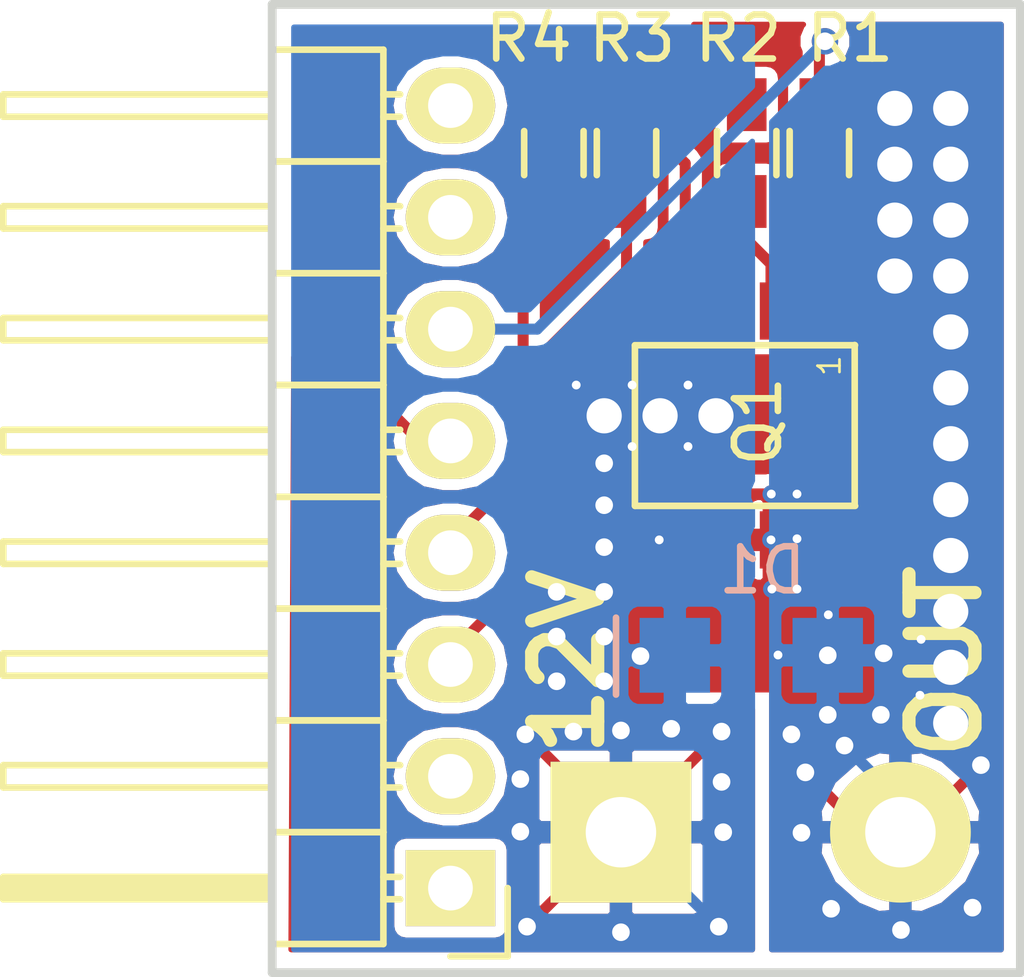
<source format=kicad_pcb>
(kicad_pcb (version 4) (host pcbnew "(2015-07-02 BZR 5871, Git 766da1e)-product")

  (general
    (links 14)
    (no_connects 0)
    (area 143.175999 97.2365 170.716334 130.769)
    (thickness 1.6)
    (drawings 6)
    (tracks 212)
    (zones 0)
    (modules 8)
    (nets 15)
  )

  (page A4)
  (layers
    (15 F.Cu signal)
	(0 B.Cu signal)
	(1 In1.Cu signal)
	(2 In2.Cu signal)
	(16 B.Adhes user)
	(17 F.Adhes user)
	(18 B.Paste user)
	(19 F.Paste user)
	(20 B.SilkS user)
	(21 F.SilkS user)
	(22 B.Mask user)
	(23 F.Mask user)
	(24 Dwgs.User user)
	(25 Cmts.User user)
	(26 Eco1.User user)
	(27 Eco2.User user)
	(28 Edge.Cuts user)
  )

  (setup
    (last_trace_width 0.25)
    (user_trace_width 0.3125)
    (user_trace_width 0.375)
    (user_trace_width 0.4375)
    (user_trace_width 0.5625)
    (user_trace_width 0.625)
    (user_trace_width 0.6875)
    (user_trace_width 0.75)
    (user_trace_width 0.8125)
    (user_trace_width 0.875)
    (user_trace_width 0.9375)
    (user_trace_width 1)
    (user_trace_width 1.6)
    (trace_clearance 0.2)
    (zone_clearance 0.254)
    (zone_45_only no)
    (trace_min 0.2)
    (segment_width 0.2)
    (edge_width 0.2)
    (via_size 0.6)
    (via_drill 0.4)
    (via_min_size 0.4)
    (via_min_drill 0.3)
    (user_via 0.4 0.2)
    (user_via 0.6 0.4)
    (user_via 0.8 0.6)
    (user_via 1 0.8)
    (uvia_size 0.3)
    (uvia_drill 0.1)
    (uvias_allowed no)
    (uvia_min_size 0.2)
    (uvia_min_drill 0.1)
    (pcb_text_width 0.3)
    (pcb_text_size 1.5 1.5)
    (mod_edge_width 0.15)
    (mod_text_size 1 1)
    (mod_text_width 0.15)
    (pad_size 1.5 1.5)
    (pad_drill 0.6)
    (pad_to_mask_clearance 0)
    (aux_axis_origin 0 0)
    (visible_elements 7FFFFFFF)
    (pcbplotparams
      (layerselection 3178497)
      (usegerberextensions true)
      (excludeedgelayer true)
      (linewidth 0.100000)
      (plotframeref false)
      (viasonmask false)
      (mode 1)
      (useauxorigin false)
      (hpglpennumber 1)
      (hpglpenspeed 20)
      (hpglpendiameter 15)
      (hpglpenoverlay 2)
      (psnegative false)
      (psa4output false)
      (plotreference true)
      (plotvalue true)
      (plotinvisibletext false)
      (padsonsilk true)
      (subtractmaskfromsilk false)
      (outputformat 1)
      (mirror false)
      (drillshape 0)
      (scaleselection 1)
      (outputdirectory Gerbers/))
  )

  (net 0 "")
  (net 1 "Net-(D1-Pad2)")
  (net 2 +12V)
  (net 3 "Net-(P1-Pad1)")
  (net 4 "Net-(P1-Pad2)")
  (net 5 GND)
  (net 6 "Net-(P1-Pad7)")
  (net 7 "Net-(Q1-Pad1)")
  (net 8 "Net-(Q1-Pad2)")
  (net 9 "Net-(Q1-Pad3)")
  (net 10 "Net-(Q1-Pad4)")
  (net 11 "Net-(P1-Pad4)")
  (net 12 "Net-(P1-Pad5)")
  (net 13 "Net-(P1-Pad8)")
  (net 14 +5V)

  (net_class Default "This is the default net class."
    (clearance 0.2)
    (trace_width 0.25)
    (via_dia 0.6)
    (via_drill 0.4)
    (uvia_dia 0.3)
    (uvia_drill 0.1)
    (add_net +12V)
    (add_net +5V)
    (add_net GND)
    (add_net "Net-(D1-Pad2)")
    (add_net "Net-(P1-Pad1)")
    (add_net "Net-(P1-Pad2)")
    (add_net "Net-(P1-Pad4)")
    (add_net "Net-(P1-Pad5)")
    (add_net "Net-(P1-Pad7)")
    (add_net "Net-(P1-Pad8)")
    (add_net "Net-(Q1-Pad1)")
    (add_net "Net-(Q1-Pad2)")
    (add_net "Net-(Q1-Pad3)")
    (add_net "Net-(Q1-Pad4)")
  )

  (module VN750PS_E_Vertical:VN750PS-E (layer F.Cu) (tedit 55A9404C) (tstamp 55A7DC0D)
    (at 160.655 109.6645 270)
    (path /55A7C4D6)
    (fp_text reference Q1 (at -0.1905 -0.381 270) (layer F.SilkS)
      (effects (font (size 1 1) (thickness 0.15)))
    )
    (fp_text user 1 (at -1.45542 -2.0066 270) (layer F.SilkS)
      (effects (font (size 0.5 0.5) (thickness 0.0625)))
    )
    (fp_line (start -1.92532 -2.58064) (end 1.72468 -2.58064) (layer F.SilkS) (width 0.15))
    (fp_line (start 1.72974 -2.5908) (end 1.72974 2.4092) (layer F.SilkS) (width 0.15))
    (fp_line (start -1.92024 2.413) (end 1.72976 2.413) (layer F.SilkS) (width 0.15))
    (fp_line (start -1.92024 -2.58826) (end -1.92024 2.41174) (layer F.SilkS) (width 0.15))
    (pad 1 smd rect (at -2.69772 -1.9491 180) (size 0.51 1.3) (layers F.Cu F.Paste F.Mask)
      (net 7 "Net-(Q1-Pad1)"))
    (pad 2 smd rect (at -2.69772 -0.6791 180) (size 0.51 1.3) (layers F.Cu F.Paste F.Mask)
      (net 8 "Net-(Q1-Pad2)"))
    (pad 3 smd rect (at -2.69772 0.5909 180) (size 0.51 1.3) (layers F.Cu F.Paste F.Mask)
      (net 9 "Net-(Q1-Pad3)"))
    (pad 4 smd rect (at -2.69772 1.8609 180) (size 0.51 1.3) (layers F.Cu F.Paste F.Mask)
      (net 10 "Net-(Q1-Pad4)"))
    (pad 5 smd rect (at 2.50228 1.8609 180) (size 0.51 1.3) (layers F.Cu F.Paste F.Mask)
      (net 2 +12V))
    (pad 6 smd rect (at 2.50228 0.5909 180) (size 0.51 1.3) (layers F.Cu F.Paste F.Mask)
      (net 1 "Net-(D1-Pad2)"))
    (pad 7 smd rect (at 2.50228 -0.6791 180) (size 0.51 1.3) (layers F.Cu F.Paste F.Mask)
      (net 1 "Net-(D1-Pad2)"))
    (pad 8 smd rect (at 2.50228 -1.9491 180) (size 0.51 1.3) (layers F.Cu F.Paste F.Mask)
      (net 2 +12V))
  )

  (module VN750PS_E_Vertical:US1GHE3 (layer B.Cu) (tedit 55A7DD5A) (tstamp 55A7DD9E)
    (at 160.8455 114.808)
    (path /55A7C862)
    (fp_text reference D1 (at 0.28956 -1.95072) (layer B.SilkS)
      (effects (font (size 1 1) (thickness 0.15)) (justify mirror))
    )
    (fp_line (start -3.03276 0.87376) (end -3.03276 -0.87376) (layer B.SilkS) (width 0.15))
    (pad 2 smd rect (at 1.778 -0.01868) (size 1.6 1.7) (layers B.Cu B.Paste B.Mask)
      (net 1 "Net-(D1-Pad2)"))
    (pad 1 smd rect (at -1.69662 -0.01868) (size 1.6 1.7) (layers B.Cu B.Paste B.Mask)
      (net 2 +12V))
  )

  (module Resistors_SMD:R_0603_HandSoldering (layer F.Cu) (tedit 55A9402F) (tstamp 55A7E046)
    (at 162.433 103.378 270)
    (descr "Resistor SMD 0603, hand soldering")
    (tags "resistor 0603")
    (path /55A7C95A)
    (attr smd)
    (fp_text reference R1 (at -2.6035 -0.6985 360) (layer F.SilkS)
      (effects (font (size 1 1) (thickness 0.15)))
    )
    (fp_line (start 0.5 0.675) (end -0.5 0.675) (layer F.SilkS) (width 0.15))
    (fp_line (start -0.5 -0.675) (end 0.5 -0.675) (layer F.SilkS) (width 0.15))
    (pad 1 smd rect (at -1.1 0 270) (size 1.2 0.9) (layers F.Cu F.Paste F.Mask)
      (net 5 GND))
    (pad 2 smd rect (at 1.1 0 270) (size 1.2 0.9) (layers F.Cu F.Paste F.Mask)
      (net 7 "Net-(Q1-Pad1)"))
    (model Resistors_SMD.3dshapes/R_0603_HandSoldering.wrl
      (at (xyz 0 0 0))
      (scale (xyz 1 1 1))
      (rotate (xyz 0 0 0))
    )
  )

  (module Resistors_SMD:R_0603_HandSoldering (layer F.Cu) (tedit 55A9402D) (tstamp 55A7E04C)
    (at 160.782 103.378 270)
    (descr "Resistor SMD 0603, hand soldering")
    (tags "resistor 0603")
    (path /55A7C9E2)
    (attr smd)
    (fp_text reference R2 (at -2.6035 0.1905 360) (layer F.SilkS)
      (effects (font (size 1 1) (thickness 0.15)))
    )
    (fp_line (start 0.5 0.675) (end -0.5 0.675) (layer F.SilkS) (width 0.15))
    (fp_line (start -0.5 -0.675) (end 0.5 -0.675) (layer F.SilkS) (width 0.15))
    (pad 1 smd rect (at -1.1 0 270) (size 1.2 0.9) (layers F.Cu F.Paste F.Mask)
      (net 12 "Net-(P1-Pad5)"))
    (pad 2 smd rect (at 1.1 0 270) (size 1.2 0.9) (layers F.Cu F.Paste F.Mask)
      (net 8 "Net-(Q1-Pad2)"))
    (model Resistors_SMD.3dshapes/R_0603_HandSoldering.wrl
      (at (xyz 0 0 0))
      (scale (xyz 1 1 1))
      (rotate (xyz 0 0 0))
    )
  )

  (module Pin_Headers:Pin_Header_Angled_1x08 (layer F.Cu) (tedit 55A80529) (tstamp 55A7E328)
    (at 154.051 120.0785 180)
    (descr "Through hole pin header")
    (tags "pin header")
    (path /55A7E2A2)
    (fp_text reference P1 (at 0 -5.1 180) (layer F.SilkS) hide
      (effects (font (size 1 1) (thickness 0.15)))
    )
    (fp_line (start -1.3 -1.55) (end -1.3 0) (layer F.SilkS) (width 0.15))
    (fp_line (start 0 -1.55) (end -1.3 -1.55) (layer F.SilkS) (width 0.15))
    (fp_line (start 4.191 -0.127) (end 10.033 -0.127) (layer F.SilkS) (width 0.15))
    (fp_line (start 10.033 -0.127) (end 10.033 0.127) (layer F.SilkS) (width 0.15))
    (fp_line (start 10.033 0.127) (end 4.191 0.127) (layer F.SilkS) (width 0.15))
    (fp_line (start 4.191 0.127) (end 4.191 0) (layer F.SilkS) (width 0.15))
    (fp_line (start 4.191 0) (end 10.033 0) (layer F.SilkS) (width 0.15))
    (fp_line (start 1.524 17.526) (end 1.143 17.526) (layer F.SilkS) (width 0.15))
    (fp_line (start 1.524 18.034) (end 1.143 18.034) (layer F.SilkS) (width 0.15))
    (fp_line (start 1.524 -0.254) (end 1.143 -0.254) (layer F.SilkS) (width 0.15))
    (fp_line (start 1.524 0.254) (end 1.143 0.254) (layer F.SilkS) (width 0.15))
    (fp_line (start 1.524 2.286) (end 1.143 2.286) (layer F.SilkS) (width 0.15))
    (fp_line (start 1.524 2.794) (end 1.143 2.794) (layer F.SilkS) (width 0.15))
    (fp_line (start 1.524 4.826) (end 1.143 4.826) (layer F.SilkS) (width 0.15))
    (fp_line (start 1.524 5.334) (end 1.143 5.334) (layer F.SilkS) (width 0.15))
    (fp_line (start 1.524 15.494) (end 1.143 15.494) (layer F.SilkS) (width 0.15))
    (fp_line (start 1.524 14.986) (end 1.143 14.986) (layer F.SilkS) (width 0.15))
    (fp_line (start 1.524 12.954) (end 1.143 12.954) (layer F.SilkS) (width 0.15))
    (fp_line (start 1.524 12.446) (end 1.143 12.446) (layer F.SilkS) (width 0.15))
    (fp_line (start 1.524 10.414) (end 1.143 10.414) (layer F.SilkS) (width 0.15))
    (fp_line (start 1.524 9.906) (end 1.143 9.906) (layer F.SilkS) (width 0.15))
    (fp_line (start 1.524 7.874) (end 1.143 7.874) (layer F.SilkS) (width 0.15))
    (fp_line (start 1.524 7.366) (end 1.143 7.366) (layer F.SilkS) (width 0.15))
    (fp_line (start 1.524 13.97) (end 4.064 13.97) (layer F.SilkS) (width 0.15))
    (fp_line (start 1.524 13.97) (end 1.524 16.51) (layer F.SilkS) (width 0.15))
    (fp_line (start 1.524 16.51) (end 4.064 16.51) (layer F.SilkS) (width 0.15))
    (fp_line (start 4.064 14.986) (end 10.16 14.986) (layer F.SilkS) (width 0.15))
    (fp_line (start 10.16 14.986) (end 10.16 15.494) (layer F.SilkS) (width 0.15))
    (fp_line (start 10.16 15.494) (end 4.064 15.494) (layer F.SilkS) (width 0.15))
    (fp_line (start 4.064 16.51) (end 4.064 13.97) (layer F.SilkS) (width 0.15))
    (fp_line (start 4.064 19.05) (end 4.064 16.51) (layer F.SilkS) (width 0.15))
    (fp_line (start 10.16 18.034) (end 4.064 18.034) (layer F.SilkS) (width 0.15))
    (fp_line (start 10.16 17.526) (end 10.16 18.034) (layer F.SilkS) (width 0.15))
    (fp_line (start 4.064 17.526) (end 10.16 17.526) (layer F.SilkS) (width 0.15))
    (fp_line (start 1.524 16.51) (end 1.524 19.05) (layer F.SilkS) (width 0.15))
    (fp_line (start 1.524 16.51) (end 4.064 16.51) (layer F.SilkS) (width 0.15))
    (fp_line (start 1.524 19.05) (end 4.064 19.05) (layer F.SilkS) (width 0.15))
    (fp_line (start 1.524 -1.27) (end 4.064 -1.27) (layer F.SilkS) (width 0.15))
    (fp_line (start 1.524 1.27) (end 4.064 1.27) (layer F.SilkS) (width 0.15))
    (fp_line (start 1.524 1.27) (end 1.524 3.81) (layer F.SilkS) (width 0.15))
    (fp_line (start 1.524 3.81) (end 4.064 3.81) (layer F.SilkS) (width 0.15))
    (fp_line (start 4.064 2.286) (end 10.16 2.286) (layer F.SilkS) (width 0.15))
    (fp_line (start 10.16 2.286) (end 10.16 2.794) (layer F.SilkS) (width 0.15))
    (fp_line (start 10.16 2.794) (end 4.064 2.794) (layer F.SilkS) (width 0.15))
    (fp_line (start 4.064 3.81) (end 4.064 1.27) (layer F.SilkS) (width 0.15))
    (fp_line (start 4.064 1.27) (end 4.064 -1.27) (layer F.SilkS) (width 0.15))
    (fp_line (start 10.16 0.254) (end 4.064 0.254) (layer F.SilkS) (width 0.15))
    (fp_line (start 10.16 -0.254) (end 10.16 0.254) (layer F.SilkS) (width 0.15))
    (fp_line (start 4.064 -0.254) (end 10.16 -0.254) (layer F.SilkS) (width 0.15))
    (fp_line (start 1.524 1.27) (end 4.064 1.27) (layer F.SilkS) (width 0.15))
    (fp_line (start 1.524 -1.27) (end 1.524 1.27) (layer F.SilkS) (width 0.15))
    (fp_line (start 1.524 8.89) (end 4.064 8.89) (layer F.SilkS) (width 0.15))
    (fp_line (start 1.524 8.89) (end 1.524 11.43) (layer F.SilkS) (width 0.15))
    (fp_line (start 1.524 11.43) (end 4.064 11.43) (layer F.SilkS) (width 0.15))
    (fp_line (start 4.064 9.906) (end 10.16 9.906) (layer F.SilkS) (width 0.15))
    (fp_line (start 10.16 9.906) (end 10.16 10.414) (layer F.SilkS) (width 0.15))
    (fp_line (start 10.16 10.414) (end 4.064 10.414) (layer F.SilkS) (width 0.15))
    (fp_line (start 4.064 11.43) (end 4.064 8.89) (layer F.SilkS) (width 0.15))
    (fp_line (start 4.064 13.97) (end 4.064 11.43) (layer F.SilkS) (width 0.15))
    (fp_line (start 10.16 12.954) (end 4.064 12.954) (layer F.SilkS) (width 0.15))
    (fp_line (start 10.16 12.446) (end 10.16 12.954) (layer F.SilkS) (width 0.15))
    (fp_line (start 4.064 12.446) (end 10.16 12.446) (layer F.SilkS) (width 0.15))
    (fp_line (start 1.524 13.97) (end 4.064 13.97) (layer F.SilkS) (width 0.15))
    (fp_line (start 1.524 11.43) (end 1.524 13.97) (layer F.SilkS) (width 0.15))
    (fp_line (start 1.524 11.43) (end 4.064 11.43) (layer F.SilkS) (width 0.15))
    (fp_line (start 1.524 6.35) (end 4.064 6.35) (layer F.SilkS) (width 0.15))
    (fp_line (start 1.524 6.35) (end 1.524 8.89) (layer F.SilkS) (width 0.15))
    (fp_line (start 1.524 8.89) (end 4.064 8.89) (layer F.SilkS) (width 0.15))
    (fp_line (start 4.064 7.366) (end 10.16 7.366) (layer F.SilkS) (width 0.15))
    (fp_line (start 10.16 7.366) (end 10.16 7.874) (layer F.SilkS) (width 0.15))
    (fp_line (start 10.16 7.874) (end 4.064 7.874) (layer F.SilkS) (width 0.15))
    (fp_line (start 4.064 8.89) (end 4.064 6.35) (layer F.SilkS) (width 0.15))
    (fp_line (start 4.064 6.35) (end 4.064 3.81) (layer F.SilkS) (width 0.15))
    (fp_line (start 10.16 5.334) (end 4.064 5.334) (layer F.SilkS) (width 0.15))
    (fp_line (start 10.16 4.826) (end 10.16 5.334) (layer F.SilkS) (width 0.15))
    (fp_line (start 4.064 4.826) (end 10.16 4.826) (layer F.SilkS) (width 0.15))
    (fp_line (start 1.524 6.35) (end 4.064 6.35) (layer F.SilkS) (width 0.15))
    (fp_line (start 1.524 3.81) (end 1.524 6.35) (layer F.SilkS) (width 0.15))
    (fp_line (start 1.524 3.81) (end 4.064 3.81) (layer F.SilkS) (width 0.15))
    (pad 1 thru_hole rect (at 0 0 180) (size 2.032 1.7272) (drill 1.016) (layers *.Cu *.Mask F.SilkS)
      (net 3 "Net-(P1-Pad1)"))
    (pad 2 thru_hole oval (at 0 2.54 180) (size 2.032 1.7272) (drill 1.016) (layers *.Cu *.Mask F.SilkS)
      (net 4 "Net-(P1-Pad2)"))
    (pad 3 thru_hole oval (at 0 5.08 180) (size 2.032 1.7272) (drill 1.016) (layers *.Cu *.Mask F.SilkS)
      (net 14 +5V))
    (pad 4 thru_hole oval (at 0 7.62 180) (size 2.032 1.7272) (drill 1.016) (layers *.Cu *.Mask F.SilkS)
      (net 11 "Net-(P1-Pad4)"))
    (pad 5 thru_hole oval (at 0 10.16 180) (size 2.032 1.7272) (drill 1.016) (layers *.Cu *.Mask F.SilkS)
      (net 12 "Net-(P1-Pad5)"))
    (pad 6 thru_hole oval (at 0 12.7 180) (size 2.032 1.7272) (drill 1.016) (layers *.Cu *.Mask F.SilkS)
      (net 5 GND))
    (pad 7 thru_hole oval (at 0 15.24 180) (size 2.032 1.7272) (drill 1.016) (layers *.Cu *.Mask F.SilkS)
      (net 6 "Net-(P1-Pad7)"))
    (pad 8 thru_hole oval (at 0 17.78 180) (size 2.032 1.7272) (drill 1.016) (layers *.Cu *.Mask F.SilkS)
      (net 13 "Net-(P1-Pad8)"))
    (model Pin_Headers.3dshapes/Pin_Header_Angled_1x08.wrl
      (at (xyz 0 -0.35 0))
      (scale (xyz 1 1 1))
      (rotate (xyz 0 0 90))
    )
  )

  (module Resistors_SMD:R_0603_HandSoldering (layer F.Cu) (tedit 55A94039) (tstamp 55A7F5AC)
    (at 156.4005 103.378 90)
    (descr "Resistor SMD 0603, hand soldering")
    (tags "resistor 0603")
    (path /55A7CA15)
    (attr smd)
    (fp_text reference R3 (at 2.6035 1.778 180) (layer F.SilkS)
      (effects (font (size 1 1) (thickness 0.15)))
    )
    (fp_line (start 0.5 0.675) (end -0.5 0.675) (layer F.SilkS) (width 0.15))
    (fp_line (start -0.5 -0.675) (end 0.5 -0.675) (layer F.SilkS) (width 0.15))
    (pad 1 smd rect (at -1.1 0 90) (size 1.2 0.9) (layers F.Cu F.Paste F.Mask)
      (net 11 "Net-(P1-Pad4)"))
    (pad 2 smd rect (at 1.1 0 90) (size 1.2 0.9) (layers F.Cu F.Paste F.Mask)
      (net 9 "Net-(Q1-Pad3)"))
    (model Resistors_SMD.3dshapes/R_0603_HandSoldering.wrl
      (at (xyz 0 0 0))
      (scale (xyz 1 1 1))
      (rotate (xyz 0 0 0))
    )
  )

  (module Resistors_SMD:R_0603_HandSoldering (layer F.Cu) (tedit 55A94021) (tstamp 55A7F5B2)
    (at 158.0515 103.378 90)
    (descr "Resistor SMD 0603, hand soldering")
    (tags "resistor 0603")
    (path /55A7CA70)
    (attr smd)
    (fp_text reference R4 (at 2.6035 -2.2225 180) (layer F.SilkS)
      (effects (font (size 1 1) (thickness 0.15)))
    )
    (fp_line (start 0.5 0.675) (end -0.5 0.675) (layer F.SilkS) (width 0.15))
    (fp_line (start -0.5 -0.675) (end 0.5 -0.675) (layer F.SilkS) (width 0.15))
    (pad 1 smd rect (at -1.1 0 90) (size 1.2 0.9) (layers F.Cu F.Paste F.Mask)
      (net 14 +5V))
    (pad 2 smd rect (at 1.1 0 90) (size 1.2 0.9) (layers F.Cu F.Paste F.Mask)
      (net 9 "Net-(Q1-Pad3)"))
    (model Resistors_SMD.3dshapes/R_0603_HandSoldering.wrl
      (at (xyz 0 0 0))
      (scale (xyz 1 1 1))
      (rotate (xyz 0 0 0))
    )
  )

  (module VN750PS_E_Vertical:Pin_Header_Straight_25x02 (layer F.Cu) (tedit 55A931A2) (tstamp 55A9325D)
    (at 157.9245 118.8085 90)
    (descr "Through hole pin header")
    (tags "pin header")
    (path /55A7CFB7)
    (fp_text reference P2 (at -10.9855 5.334 90) (layer F.SilkS) hide
      (effects (font (size 1 1) (thickness 0.15)))
    )
    (pad 1 thru_hole rect (at 0 0 90) (size 3.2 3.2) (drill 1.6) (layers *.Cu *.Mask F.SilkS)
      (net 2 +12V))
    (pad 2 thru_hole oval (at 0 6.35 90) (size 3.2 3.2) (drill 1.6) (layers *.Cu *.Mask F.SilkS)
      (net 1 "Net-(D1-Pad2)"))
    (model Pin_Headers.3dshapes/Pin_Header_Straight_1x02.wrl
      (at (xyz 0 -0.05 0))
      (scale (xyz 1 1 1))
      (rotate (xyz 0 0 90))
    )
  )

  (gr_text OUT (at 165.2905 114.935 90) (layer F.SilkS)
    (effects (font (size 1.5 1.5) (thickness 0.3)))
  )
  (gr_text 12V (at 156.718 114.935 90) (layer F.SilkS)
    (effects (font (size 1.5 1.5) (thickness 0.3)))
  )
  (gr_line (start 167 122) (end 167 100) (angle 90) (layer Edge.Cuts) (width 0.2) (tstamp 55A7DF94))
  (gr_line (start 150 122) (end 167 122) (angle 90) (layer Edge.Cuts) (width 0.2) (tstamp 55A7DF71))
  (gr_line (start 150 100) (end 167 100) (angle 90) (layer Edge.Cuts) (width 0.2))
  (gr_line (start 150 122) (end 150 100) (angle 90) (layer Edge.Cuts) (width 0.2))

  (segment (start 162.6235 116.1415) (end 162.2425 116.1415) (width 0.25) (layer F.Cu) (net 1))
  (via (at 161.798 116.586) (size 0.6) (drill 0.4) (layers F.Cu B.Cu) (net 1))
  (segment (start 162.2425 116.1415) (end 161.798 116.586) (width 0.25) (layer F.Cu) (net 1) (tstamp 55A94DDB))
  (segment (start 164.2745 118.8085) (end 164.2745 118.11) (width 0.25) (layer B.Cu) (net 1))
  (segment (start 164.2745 118.11) (end 163.0045 116.84) (width 0.25) (layer B.Cu) (net 1) (tstamp 55A94DD1))
  (via (at 163.0045 116.84) (size 0.6) (drill 0.4) (layers F.Cu B.Cu) (net 1))
  (via (at 163.83 116.1415) (size 0.6) (drill 0.4) (layers F.Cu B.Cu) (net 1))
  (segment (start 162.6235 114.78932) (end 162.6235 116.1415) (width 0.25) (layer B.Cu) (net 1))
  (via (at 162.6235 116.1415) (size 0.6) (drill 0.4) (layers F.Cu B.Cu) (net 1))
  (segment (start 163.83 116.1415) (end 162.6235 116.1415) (width 0.25) (layer F.Cu) (net 1))
  (via (at 165.4175 115.062) (size 1) (drill 0.8) (layers F.Cu B.Cu) (net 1))
  (segment (start 165.4175 115.062) (end 165.4175 113.792) (width 0.25) (layer F.Cu) (net 1))
  (via (at 165.4175 113.792) (size 1) (drill 0.8) (layers F.Cu B.Cu) (net 1))
  (via (at 165.4175 116.332) (size 1) (drill 0.8) (layers F.Cu B.Cu) (net 1))
  (segment (start 165.4175 116.332) (end 165.4175 115.062) (width 0.25) (layer F.Cu) (net 1))
  (via (at 164.719 115.697) (size 0.4) (drill 0.2) (layers F.Cu B.Cu) (net 1))
  (segment (start 165.4048 115.697) (end 164.719 115.697) (width 0.25) (layer F.Cu) (net 1) (tstamp 55A947C9))
  (segment (start 165.4175 115.6843) (end 165.4048 115.697) (width 0.25) (layer F.Cu) (net 1) (tstamp 55A947C4))
  (segment (start 165.4175 115.6843) (end 165.4175 115.062) (width 0.25) (layer F.Cu) (net 1))
  (segment (start 165.4175 113.792) (end 165.4175 114.0587) (width 0.25) (layer F.Cu) (net 1))
  (segment (start 165.4175 114.0587) (end 165.0492 114.427) (width 0.25) (layer F.Cu) (net 1) (tstamp 55A94798))
  (segment (start 165.0492 114.427) (end 164.7444 114.427) (width 0.25) (layer F.Cu) (net 1) (tstamp 55A947A5))
  (via (at 164.7444 114.427) (size 0.4) (drill 0.2) (layers F.Cu B.Cu) (net 1))
  (segment (start 162.6235 114.78932) (end 163.84868 114.78932) (width 0.25) (layer F.Cu) (net 1))
  (via (at 163.8935 114.7445) (size 0.6) (drill 0.4) (layers F.Cu B.Cu) (net 1))
  (segment (start 163.84868 114.78932) (end 163.8935 114.7445) (width 0.25) (layer F.Cu) (net 1) (tstamp 55A94D9A))
  (via (at 162.6235 114.78932) (size 0.6) (drill 0.4) (layers F.Cu B.Cu) (net 1))
  (segment (start 162.6235 114.78932) (end 162.6235 114.808) (width 0.25) (layer F.Cu) (net 1) (tstamp 55A94C2F))
  (segment (start 164.2745 118.8085) (end 164.5793 118.8085) (width 0.25) (layer F.Cu) (net 1))
  (segment (start 164.5793 118.8085) (end 166.1033 117.2845) (width 0.25) (layer F.Cu) (net 1) (tstamp 55A94B72))
  (via (at 166.1033 117.2845) (size 0.6) (drill 0.4) (layers F.Cu B.Cu) (net 1))
  (segment (start 164.2872 121.031) (end 165.4048 121.031) (width 0.25) (layer B.Cu) (net 1))
  (via (at 165.9128 120.523) (size 0.6) (drill 0.4) (layers F.Cu B.Cu) (net 1))
  (segment (start 165.4048 121.031) (end 165.9128 120.523) (width 0.25) (layer B.Cu) (net 1) (tstamp 55A94B66))
  (segment (start 164.2872 121.031) (end 163.1823 121.031) (width 0.25) (layer F.Cu) (net 1))
  (segment (start 164.2745 121.0183) (end 164.2872 121.031) (width 0.25) (layer B.Cu) (net 1) (tstamp 55A94B4C))
  (via (at 164.2872 121.031) (size 0.6) (drill 0.4) (layers F.Cu B.Cu) (net 1))
  (segment (start 164.2745 118.8085) (end 164.2745 121.0183) (width 0.25) (layer B.Cu) (net 1))
  (via (at 162.6997 120.5484) (size 0.6) (drill 0.4) (layers F.Cu B.Cu) (net 1))
  (segment (start 163.1823 121.031) (end 162.6997 120.5484) (width 0.25) (layer F.Cu) (net 1) (tstamp 55A94B5B))
  (segment (start 164.2745 118.8085) (end 163.4744 118.8085) (width 0.25) (layer F.Cu) (net 1))
  (segment (start 163.4744 118.8085) (end 162.1155 117.4496) (width 0.25) (layer F.Cu) (net 1) (tstamp 55A94B17))
  (via (at 162.0266 118.8212) (size 0.6) (drill 0.4) (layers F.Cu B.Cu) (net 1))
  (segment (start 162.0266 117.5385) (end 162.0266 118.8212) (width 0.25) (layer B.Cu) (net 1) (tstamp 55A94B29))
  (segment (start 162.1155 117.4496) (end 162.0266 117.5385) (width 0.25) (layer B.Cu) (net 1) (tstamp 55A94B28))
  (via (at 162.1155 117.4496) (size 0.6) (drill 0.4) (layers F.Cu B.Cu) (net 1))
  (segment (start 162.6235 114.78932) (end 161.49992 114.78932) (width 0.25) (layer B.Cu) (net 1))
  (via (at 161.4932 114.7826) (size 0.4) (drill 0.2) (layers F.Cu B.Cu) (net 1))
  (segment (start 161.49992 114.78932) (end 161.4932 114.7826) (width 0.25) (layer B.Cu) (net 1) (tstamp 55A949D0))
  (segment (start 162.6235 114.808) (end 162.6235 113.8809) (width 0.25) (layer F.Cu) (net 1))
  (segment (start 162.6235 113.8809) (end 162.6362 113.8682) (width 0.25) (layer F.Cu) (net 1) (tstamp 55A949C4))
  (via (at 162.6362 113.8682) (size 0.4) (drill 0.2) (layers F.Cu B.Cu) (net 1))
  (segment (start 161.3408 111.125) (end 161.925 111.125) (width 0.25) (layer F.Cu) (net 1))
  (via (at 161.925 111.125) (size 0.4) (drill 0.2) (layers F.Cu B.Cu) (net 1))
  (segment (start 161.925 111.125) (end 161.925 112.141) (width 0.25) (layer F.Cu) (net 1))
  (via (at 161.925 112.141) (size 0.4) (drill 0.2) (layers F.Cu B.Cu) (net 1))
  (via (at 161.3408 111.125) (size 0.4) (drill 0.2) (layers F.Cu B.Cu) (net 1))
  (segment (start 161.3341 112.16678) (end 161.3341 113.2646) (width 0.25) (layer F.Cu) (net 1))
  (via (at 161.3535 113.284) (size 0.4) (drill 0.2) (layers F.Cu B.Cu) (net 1))
  (segment (start 161.3341 113.2646) (end 161.3535 113.284) (width 0.25) (layer F.Cu) (net 1) (tstamp 55A94730))
  (via (at 161.925 113.284) (size 0.4) (drill 0.2) (layers F.Cu B.Cu) (net 1))
  (segment (start 161.925 113.284) (end 161.925 112.141) (width 0.25) (layer F.Cu) (net 1))
  (segment (start 161.89922 112.16678) (end 161.925 112.141) (width 0.25) (layer F.Cu) (net 1) (tstamp 55A946CC))
  (segment (start 161.89922 112.16678) (end 161.3341 112.16678) (width 0.25) (layer F.Cu) (net 1))
  (via (at 161.3341 112.16678) (size 0.4) (drill 0.2) (layers F.Cu B.Cu) (net 1))
  (segment (start 161.29 112.141) (end 161.30832 112.141) (width 0.25) (layer B.Cu) (net 1) (tstamp 55A945FA))
  (segment (start 161.30832 112.141) (end 161.3341 112.16678) (width 0.25) (layer B.Cu) (net 1) (tstamp 55A945F9))
  (segment (start 165.4175 113.792) (end 165.4175 112.522) (width 0.25) (layer F.Cu) (net 1))
  (via (at 165.4175 112.522) (size 1) (drill 0.8) (layers F.Cu B.Cu) (net 1))
  (segment (start 164.1475 102.362) (end 165.4175 102.362) (width 0.25) (layer F.Cu) (net 1))
  (via (at 165.4175 102.362) (size 1) (drill 0.8) (layers F.Cu B.Cu) (net 1))
  (via (at 165.4175 103.632) (size 1) (drill 0.8) (layers F.Cu B.Cu) (net 1))
  (segment (start 165.4175 102.362) (end 165.4175 103.632) (width 0.25) (layer F.Cu) (net 1))
  (via (at 164.1475 102.362) (size 1) (drill 0.8) (layers F.Cu B.Cu) (net 1))
  (segment (start 164.1475 103.632) (end 165.4175 103.632) (width 0.25) (layer F.Cu) (net 1))
  (segment (start 165.4175 103.632) (end 165.4175 104.902) (width 0.25) (layer F.Cu) (net 1))
  (via (at 165.4175 104.902) (size 1) (drill 0.8) (layers F.Cu B.Cu) (net 1))
  (via (at 164.1475 103.632) (size 1) (drill 0.8) (layers F.Cu B.Cu) (net 1))
  (segment (start 165.4175 104.902) (end 164.1475 104.902) (width 0.25) (layer F.Cu) (net 1))
  (via (at 164.1475 104.902) (size 1) (drill 0.8) (layers F.Cu B.Cu) (net 1))
  (segment (start 165.4175 106.172) (end 164.1475 106.172) (width 0.25) (layer F.Cu) (net 1))
  (via (at 165.4175 106.172) (size 1) (drill 0.8) (layers F.Cu B.Cu) (net 1))
  (via (at 164.1475 106.172) (size 1) (drill 0.8) (layers F.Cu B.Cu) (net 1))
  (segment (start 165.4175 106.172) (end 165.4175 107.442) (width 0.25) (layer F.Cu) (net 1))
  (via (at 165.4175 107.442) (size 1) (drill 0.8) (layers F.Cu B.Cu) (net 1))
  (segment (start 165.4175 108.712) (end 165.4175 109.982) (width 0.25) (layer F.Cu) (net 1))
  (via (at 165.4175 109.982) (size 1) (drill 0.8) (layers F.Cu B.Cu) (net 1))
  (segment (start 165.4175 111.252) (end 165.4175 112.522) (width 0.25) (layer F.Cu) (net 1))
  (segment (start 164.2745 115.5065) (end 165.4175 114.3635) (width 0.25) (layer F.Cu) (net 1) (tstamp 55A9437D))
  (segment (start 164.2745 115.5065) (end 164.2745 118.8085) (width 0.25) (layer F.Cu) (net 1))
  (segment (start 165.4175 114.3635) (end 165.4175 112.522) (width 0.25) (layer F.Cu) (net 1) (tstamp 55A94381))
  (via (at 165.4175 111.252) (size 1) (drill 0.8) (layers F.Cu B.Cu) (net 1))
  (segment (start 165.4175 109.982) (end 165.4175 111.252) (width 0.25) (layer F.Cu) (net 1))
  (via (at 165.4175 108.712) (size 1) (drill 0.8) (layers F.Cu B.Cu) (net 1))
  (segment (start 165.4175 107.442) (end 165.4175 108.712) (width 0.25) (layer F.Cu) (net 1))
  (segment (start 165.4175 104.902) (end 165.4175 106.172) (width 0.25) (layer F.Cu) (net 1))
  (segment (start 164.2745 118.8085) (end 164.211 118.8085) (width 0.25) (layer F.Cu) (net 1))
  (segment (start 155.6385 117.602) (end 155.6385 118.7958) (width 0.25) (layer B.Cu) (net 2))
  (segment (start 155.6512 118.8085) (end 155.6385 118.7958) (width 0.25) (layer B.Cu) (net 2) (tstamp 55A94BC8))
  (via (at 155.6385 118.7958) (size 0.6) (drill 0.4) (layers F.Cu B.Cu) (net 2))
  (segment (start 155.6512 118.8085) (end 157.9245 118.8085) (width 0.25) (layer B.Cu) (net 2))
  (via (at 155.6385 117.602) (size 0.6) (drill 0.4) (layers F.Cu B.Cu) (net 2))
  (segment (start 160.2486 118.8085) (end 160.2486 117.7036) (width 0.25) (layer F.Cu) (net 2))
  (segment (start 157.9245 118.8085) (end 160.2486 118.8085) (width 0.25) (layer F.Cu) (net 2))
  (via (at 160.2486 118.8085) (size 0.6) (drill 0.4) (layers F.Cu B.Cu) (net 2))
  (via (at 160.2105 117.6655) (size 0.6) (drill 0.4) (layers F.Cu B.Cu) (net 2))
  (segment (start 160.2486 117.7036) (end 160.2105 117.6655) (width 0.25) (layer F.Cu) (net 2) (tstamp 55A94DFC))
  (segment (start 157.9245 116.4971) (end 156.8704 116.4971) (width 0.25) (layer B.Cu) (net 2))
  (via (at 157.9245 116.4971) (size 0.6) (drill 0.4) (layers F.Cu B.Cu) (net 2))
  (via (at 156.845 116.5225) (size 0.6) (drill 0.4) (layers F.Cu B.Cu) (net 2))
  (segment (start 156.8704 116.4971) (end 156.845 116.5225) (width 0.25) (layer B.Cu) (net 2) (tstamp 55A94D45))
  (segment (start 157.9245 118.8085) (end 160.2105 116.5225) (width 0.25) (layer F.Cu) (net 2))
  (via (at 160.2105 116.5225) (size 0.6) (drill 0.4) (layers F.Cu B.Cu) (net 2))
  (segment (start 157.9245 116.4971) (end 159.0294 116.4971) (width 0.25) (layer B.Cu) (net 2))
  (segment (start 157.9245 118.8085) (end 157.9245 116.4971) (width 0.25) (layer B.Cu) (net 2))
  (via (at 159.0675 116.459) (size 0.6) (drill 0.4) (layers F.Cu B.Cu) (net 2))
  (segment (start 159.0294 116.4971) (end 159.0675 116.459) (width 0.25) (layer B.Cu) (net 2) (tstamp 55A94D1C))
  (segment (start 157.5435 114.3635) (end 157.9245 114.3635) (width 0.25) (layer F.Cu) (net 2))
  (segment (start 158.369 114.808) (end 158.38768 114.78932) (width 0.25) (layer B.Cu) (net 2) (tstamp 55A94D10))
  (via (at 158.369 114.808) (size 0.6) (drill 0.4) (layers F.Cu B.Cu) (net 2))
  (segment (start 157.9245 114.3635) (end 158.369 114.808) (width 0.25) (layer F.Cu) (net 2) (tstamp 55A94D0A))
  (segment (start 158.38768 114.78932) (end 159.14888 114.78932) (width 0.25) (layer B.Cu) (net 2) (tstamp 55A94D11))
  (segment (start 156.464 115.3795) (end 157.5435 115.3795) (width 0.25) (layer B.Cu) (net 2))
  (via (at 157.5435 115.3795) (size 0.6) (drill 0.4) (layers F.Cu B.Cu) (net 2))
  (segment (start 157.5435 115.3795) (end 157.5435 114.3635) (width 0.25) (layer F.Cu) (net 2))
  (via (at 156.464 115.3795) (size 0.6) (drill 0.4) (layers F.Cu B.Cu) (net 2))
  (segment (start 156.464 113.3475) (end 156.464 114.3635) (width 0.25) (layer F.Cu) (net 2))
  (via (at 156.464 114.3635) (size 0.6) (drill 0.4) (layers F.Cu B.Cu) (net 2))
  (segment (start 156.464 114.3635) (end 157.5435 114.3635) (width 0.25) (layer F.Cu) (net 2))
  (via (at 156.464 113.3475) (size 0.6) (drill 0.4) (layers F.Cu B.Cu) (net 2))
  (segment (start 157.5435 113.3475) (end 157.5435 114.3635) (width 0.25) (layer B.Cu) (net 2))
  (via (at 157.5435 114.3635) (size 0.6) (drill 0.4) (layers F.Cu B.Cu) (net 2))
  (segment (start 157.9245 118.8085) (end 157.9245 118.8212) (width 0.25) (layer F.Cu) (net 2))
  (segment (start 157.9245 118.8212) (end 155.7909 120.9548) (width 0.25) (layer F.Cu) (net 2) (tstamp 55A94C07))
  (via (at 155.7909 120.9548) (size 0.6) (drill 0.4) (layers F.Cu B.Cu) (net 2))
  (segment (start 157.9245 118.8085) (end 158.0007 118.8085) (width 0.25) (layer B.Cu) (net 2))
  (segment (start 158.0007 118.8085) (end 160.147 120.9548) (width 0.25) (layer B.Cu) (net 2) (tstamp 55A94BFA))
  (via (at 160.147 120.9548) (size 0.6) (drill 0.4) (layers F.Cu B.Cu) (net 2))
  (segment (start 157.9245 118.8085) (end 157.9245 118.7577) (width 0.25) (layer F.Cu) (net 2))
  (segment (start 157.9245 118.7577) (end 155.7528 116.586) (width 0.25) (layer F.Cu) (net 2) (tstamp 55A94BF2))
  (via (at 155.7528 116.586) (size 0.6) (drill 0.4) (layers F.Cu B.Cu) (net 2))
  (segment (start 157.9245 118.8085) (end 157.9245 121.0818) (width 0.25) (layer F.Cu) (net 2))
  (segment (start 157.9245 121.0818) (end 157.9245 121.0945) (width 0.25) (layer B.Cu) (net 2) (tstamp 55A94BE0))
  (via (at 157.9245 121.0818) (size 0.6) (drill 0.4) (layers F.Cu B.Cu) (net 2))
  (segment (start 158.1785 108.6485) (end 158.1785 110.0455) (width 0.25) (layer F.Cu) (net 2))
  (via (at 158.1785 108.6485) (size 0.4) (drill 0.2) (layers F.Cu B.Cu) (net 2))
  (via (at 158.1785 110.0455) (size 0.4) (drill 0.2) (layers F.Cu B.Cu) (net 2))
  (segment (start 156.9085 108.6485) (end 158.1785 108.6485) (width 0.25) (layer F.Cu) (net 2))
  (segment (start 158.1785 109.347) (end 158.1785 108.6485) (width 0.25) (layer F.Cu) (net 2) (tstamp 55A94667))
  (via (at 158.8135 109.347) (size 1) (drill 0.8) (layers F.Cu B.Cu) (net 2))
  (segment (start 158.1785 109.347) (end 158.8135 109.347) (width 0.25) (layer F.Cu) (net 2))
  (via (at 156.9085 108.6485) (size 0.4) (drill 0.2) (layers F.Cu B.Cu) (net 2))
  (segment (start 159.4485 108.6485) (end 159.4485 110.0455) (width 0.25) (layer F.Cu) (net 2))
  (segment (start 159.4485 109.347) (end 159.4485 110.0455) (width 0.25) (layer F.Cu) (net 2) (tstamp 55A94646))
  (via (at 159.4485 110.0455) (size 0.4) (drill 0.2) (layers F.Cu B.Cu) (net 2))
  (segment (start 160.0835 109.347) (end 158.8135 109.347) (width 0.25) (layer F.Cu) (net 2))
  (via (at 160.0835 109.347) (size 1) (drill 0.8) (layers F.Cu B.Cu) (net 2))
  (segment (start 160.0835 109.347) (end 159.4485 109.347) (width 0.25) (layer F.Cu) (net 2))
  (via (at 159.4485 108.6485) (size 0.4) (drill 0.2) (layers F.Cu B.Cu) (net 2))
  (via (at 158.7941 112.16678) (size 0.4) (drill 0.2) (layers F.Cu B.Cu) (net 2))
  (segment (start 158.7941 109.3664) (end 158.7941 112.16678) (width 0.25) (layer F.Cu) (net 2))
  (segment (start 158.8135 109.347) (end 158.7941 109.3664) (width 0.25) (layer F.Cu) (net 2) (tstamp 55A942CA))
  (segment (start 158.8135 112.14738) (end 158.8135 112.141) (width 0.25) (layer B.Cu) (net 2) (tstamp 55A945D5))
  (segment (start 158.7941 112.16678) (end 158.8135 112.14738) (width 0.25) (layer B.Cu) (net 2) (tstamp 55A945D4))
  (segment (start 157.5435 112.3315) (end 157.5435 113.3475) (width 0.25) (layer B.Cu) (net 2))
  (via (at 157.5435 112.3315) (size 0.6) (drill 0.4) (layers F.Cu B.Cu) (net 2))
  (via (at 157.5435 111.379) (size 0.6) (drill 0.4) (layers F.Cu B.Cu) (net 2))
  (segment (start 156.591 115.443) (end 156.591 113.919) (width 0.25) (layer F.Cu) (net 2))
  (segment (start 157.5435 114.3635) (end 157.5435 114.4905) (width 0.25) (layer F.Cu) (net 2) (tstamp 55A94C9D))
  (segment (start 157.5435 109.347) (end 157.5435 113.3475) (width 0.25) (layer F.Cu) (net 2))
  (via (at 157.5435 109.347) (size 1) (drill 0.8) (layers F.Cu B.Cu) (net 2))
  (segment (start 158.8135 109.347) (end 157.5435 109.347) (width 0.25) (layer F.Cu) (net 2))
  (segment (start 157.5435 114.4905) (end 156.591 115.443) (width 0.25) (layer F.Cu) (net 2) (tstamp 55A944CB))
  (via (at 157.5435 110.4265) (size 0.6) (drill 0.4) (layers F.Cu B.Cu) (net 2))
  (segment (start 157.5435 112.9665) (end 157.5435 110.4265) (width 0.25) (layer F.Cu) (net 2) (tstamp 55A9452B))
  (segment (start 156.591 113.919) (end 157.5435 112.9665) (width 0.25) (layer F.Cu) (net 2) (tstamp 55A94510))
  (segment (start 157.5435 111.379) (end 157.5435 110.4265) (width 0.25) (layer F.Cu) (net 2))
  (segment (start 157.5435 112.3315) (end 157.5435 111.379) (width 0.25) (layer F.Cu) (net 2))
  (via (at 157.5435 113.3475) (size 0.6) (drill 0.4) (layers F.Cu B.Cu) (net 2))
  (segment (start 154.051 107.3785) (end 156.0195 107.3785) (width 0.25) (layer B.Cu) (net 5))
  (segment (start 162.433 100.965) (end 162.433 102.278) (width 0.25) (layer F.Cu) (net 5) (tstamp 55A93808))
  (segment (start 162.56 100.838) (end 162.433 100.965) (width 0.25) (layer F.Cu) (net 5) (tstamp 55A93807))
  (via (at 162.56 100.838) (size 0.6) (drill 0.4) (layers F.Cu B.Cu) (net 5))
  (segment (start 156.0195 107.3785) (end 162.56 100.838) (width 0.25) (layer B.Cu) (net 5) (tstamp 55A93800))
  (segment (start 154.051 107.3785) (end 154.1575 107.3785) (width 0.25) (layer F.Cu) (net 5))
  (segment (start 162.433 104.478) (end 162.433 106.79568) (width 0.25) (layer F.Cu) (net 7))
  (segment (start 162.433 106.79568) (end 162.6041 106.96678) (width 0.25) (layer F.Cu) (net 7) (tstamp 55A9386F))
  (segment (start 160.782 104.478) (end 160.782 105.3465) (width 0.25) (layer F.Cu) (net 8))
  (segment (start 161.3341 105.8986) (end 161.3341 106.96678) (width 0.25) (layer F.Cu) (net 8) (tstamp 55A9386C))
  (segment (start 160.782 105.3465) (end 161.3341 105.8986) (width 0.25) (layer F.Cu) (net 8) (tstamp 55A9386B))
  (segment (start 161.3341 106.4454) (end 161.3341 106.96678) (width 0.25) (layer F.Cu) (net 8) (tstamp 55A9349B))
  (segment (start 156.4005 102.278) (end 158.0515 102.278) (width 0.25) (layer F.Cu) (net 9))
  (segment (start 158.0515 102.278) (end 159.385 103.6115) (width 0.25) (layer F.Cu) (net 9) (tstamp 55A93858))
  (segment (start 159.385 103.6115) (end 159.385 105.3465) (width 0.25) (layer F.Cu) (net 9) (tstamp 55A93859))
  (segment (start 159.385 105.3465) (end 160.0641 106.0256) (width 0.25) (layer F.Cu) (net 9) (tstamp 55A9385E))
  (segment (start 160.0641 106.0256) (end 160.0641 106.96678) (width 0.25) (layer F.Cu) (net 9) (tstamp 55A93860))
  (segment (start 154.051 112.4585) (end 154.051 112.2045) (width 0.25) (layer F.Cu) (net 11))
  (segment (start 154.051 112.2045) (end 155.702 110.5535) (width 0.25) (layer F.Cu) (net 11) (tstamp 55A93C08))
  (segment (start 155.702 110.5535) (end 155.702 105.1765) (width 0.25) (layer F.Cu) (net 11) (tstamp 55A93C0F))
  (segment (start 155.702 105.1765) (end 156.4005 104.478) (width 0.25) (layer F.Cu) (net 11) (tstamp 55A93C14))
  (segment (start 154.051 109.9185) (end 153.3525 109.9185) (width 0.25) (layer F.Cu) (net 12))
  (segment (start 153.3525 109.9185) (end 151.7015 108.2675) (width 0.25) (layer F.Cu) (net 12) (tstamp 55A93816))
  (segment (start 151.7015 108.2675) (end 151.7015 102.362) (width 0.25) (layer F.Cu) (net 12) (tstamp 55A9381B))
  (segment (start 151.7015 102.362) (end 153.289 100.7745) (width 0.25) (layer F.Cu) (net 12) (tstamp 55A93820))
  (segment (start 153.289 100.7745) (end 159.2785 100.7745) (width 0.25) (layer F.Cu) (net 12) (tstamp 55A93824))
  (segment (start 159.2785 100.7745) (end 160.782 102.278) (width 0.25) (layer F.Cu) (net 12) (tstamp 55A93828))
  (segment (start 154.051 114.9985) (end 154.051 114.7445) (width 0.25) (layer F.Cu) (net 14))
  (segment (start 154.051 114.7445) (end 156.21 112.5855) (width 0.25) (layer F.Cu) (net 14) (tstamp 55A93C19))
  (segment (start 158.0515 106.045) (end 158.0515 104.478) (width 0.25) (layer F.Cu) (net 14) (tstamp 55A93C2E))
  (segment (start 156.21 107.8865) (end 158.0515 106.045) (width 0.25) (layer F.Cu) (net 14) (tstamp 55A93C28))
  (segment (start 156.21 112.5855) (end 156.21 107.8865) (width 0.25) (layer F.Cu) (net 14) (tstamp 55A93C1C))
  (segment (start 154.051 114.9985) (end 154.2415 114.9985) (width 0.25) (layer F.Cu) (net 14))

  (zone (net 2) (net_name +12V) (layer F.Cu) (tstamp 55A9396B) (hatch edge 0.508)
    (connect_pads (clearance 0.254))
    (min_thickness 0.125)
    (fill yes (arc_segments 16) (thermal_gap 0.254) (thermal_bridge_width 0.508))
    (polygon
      (pts
        (xy 163.957 113.3475) (xy 162.433 113.3475) (xy 162.433 110.998) (xy 162.433 110.6805) (xy 158.9405 110.6805)
        (xy 158.9405 110.998) (xy 158.9405 113.3475) (xy 158.9405 115.951) (xy 160.9725 115.951) (xy 160.9725 121.539)
        (xy 155.575 121.539) (xy 150.368 121.539) (xy 150.4315 107.95) (xy 163.957 107.95) (xy 163.957 110.998)
        (xy 163.957 113.3475)
      )
    )
    (filled_polygon
      (pts
        (xy 151.26 108.267495) (xy 151.259999 108.2675) (xy 151.293607 108.436455) (xy 151.389312 108.579688) (xy 152.698323 109.888698)
        (xy 152.692395 109.9185) (xy 152.782225 110.370105) (xy 153.038038 110.752957) (xy 153.42089 111.00877) (xy 153.872495 111.0986)
        (xy 154.229505 111.0986) (xy 154.607765 111.023359) (xy 154.332281 111.298843) (xy 154.229505 111.2784) (xy 153.872495 111.2784)
        (xy 153.42089 111.36823) (xy 153.038038 111.624043) (xy 152.782225 112.006895) (xy 152.692395 112.4585) (xy 152.782225 112.910105)
        (xy 153.038038 113.292957) (xy 153.42089 113.54877) (xy 153.872495 113.6386) (xy 154.229505 113.6386) (xy 154.607765 113.563359)
        (xy 154.332281 113.838843) (xy 154.229505 113.8184) (xy 153.872495 113.8184) (xy 153.42089 113.90823) (xy 153.038038 114.164043)
        (xy 152.782225 114.546895) (xy 152.692395 114.9985) (xy 152.782225 115.450105) (xy 153.038038 115.832957) (xy 153.42089 116.08877)
        (xy 153.872495 116.1786) (xy 154.229505 116.1786) (xy 154.68111 116.08877) (xy 155.063962 115.832957) (xy 155.319775 115.450105)
        (xy 155.409605 114.9985) (xy 155.319775 114.546895) (xy 155.140815 114.279061) (xy 156.522188 112.897688) (xy 156.617893 112.754455)
        (xy 156.6515 112.5855) (xy 156.6515 112.35828) (xy 158.301725 112.35828) (xy 158.2226 112.437405) (xy 158.2226 112.879736)
        (xy 158.270784 112.996063) (xy 158.359817 113.085096) (xy 158.476144 113.13328) (xy 158.587475 113.13328) (xy 158.6666 113.054155)
        (xy 158.6666 112.35828) (xy 158.301725 112.35828) (xy 156.6515 112.35828) (xy 156.6515 111.20028) (xy 158.476144 111.20028)
        (xy 158.359817 111.248464) (xy 158.270784 111.337497) (xy 158.2226 111.453824) (xy 158.2226 111.896155) (xy 158.301725 111.97528)
        (xy 158.6666 111.97528) (xy 158.6666 111.279405) (xy 158.587475 111.20028) (xy 158.476144 111.20028) (xy 156.6515 111.20028)
        (xy 156.6515 108.069376) (xy 156.708376 108.0125) (xy 163.8945 108.0125) (xy 163.8945 113.285) (xy 162.4955 113.285)
        (xy 162.4955 112.35828) (xy 162.7316 112.35828) (xy 162.7316 113.054155) (xy 162.810725 113.13328) (xy 162.922056 113.13328)
        (xy 163.038383 113.085096) (xy 163.127416 112.996063) (xy 163.1756 112.879736) (xy 163.1756 112.437405) (xy 163.096475 112.35828)
        (xy 162.7316 112.35828) (xy 162.4955 112.35828) (xy 162.4955 111.20028) (xy 162.810725 111.20028) (xy 162.7316 111.279405)
        (xy 162.7316 111.97528) (xy 163.096475 111.97528) (xy 163.1756 111.896155) (xy 163.1756 111.453824) (xy 163.127416 111.337497)
        (xy 163.038383 111.248464) (xy 162.922056 111.20028) (xy 162.810725 111.20028) (xy 162.4955 111.20028) (xy 162.4955 110.6805)
        (xy 162.490742 110.656582) (xy 162.477194 110.636306) (xy 162.456918 110.622758) (xy 162.433 110.618) (xy 162.050851 110.618)
        (xy 162.028189 110.60859) (xy 161.822713 110.60841) (xy 161.799503 110.618) (xy 161.466651 110.618) (xy 161.443989 110.60859)
        (xy 161.238513 110.60841) (xy 161.215303 110.618) (xy 158.9405 110.618) (xy 158.916582 110.622758) (xy 158.896306 110.636306)
        (xy 158.882758 110.656582) (xy 158.878 110.6805) (xy 158.878 115.951) (xy 158.882758 115.974918) (xy 158.896306 115.995194)
        (xy 158.916582 116.008742) (xy 158.9405 116.0135) (xy 160.91 116.0135) (xy 160.91 121.4765) (xy 150.430792 121.4765)
        (xy 150.442868 118.892199) (xy 153.035 118.892199) (xy 152.91432 118.915614) (xy 152.808253 118.985289) (xy 152.737252 119.090473)
        (xy 152.712299 119.2149) (xy 152.712299 120.9421) (xy 152.735714 121.06278) (xy 152.805389 121.168847) (xy 152.910573 121.239848)
        (xy 153.035 121.264801) (xy 155.067 121.264801) (xy 155.18768 121.241386) (xy 155.293747 121.171711) (xy 155.364748 121.066527)
        (xy 155.389701 120.9421) (xy 155.389701 119.2149) (xy 155.366286 119.09422) (xy 155.304394 119) (xy 156.087125 119)
        (xy 156.008 119.079125) (xy 156.008 120.471456) (xy 156.056184 120.587783) (xy 156.145217 120.676816) (xy 156.261544 120.725)
        (xy 157.653875 120.725) (xy 157.733 120.645875) (xy 157.733 119) (xy 158.116 119) (xy 157.733 119)
        (xy 157.733 119) (xy 158.116 119) (xy 158.116 120.645875) (xy 158.195125 120.725) (xy 159.587456 120.725)
        (xy 159.703783 120.676816) (xy 159.792816 120.587783) (xy 159.841 120.471456) (xy 159.841 119.079125) (xy 159.761875 119)
        (xy 158.116 119) (xy 157.733 119) (xy 157.733 119) (xy 156.087125 119) (xy 155.304394 119)
        (xy 155.296611 118.988153) (xy 155.191427 118.917152) (xy 155.067 118.892199) (xy 153.035 118.892199) (xy 150.442868 118.892199)
        (xy 150.454708 116.3584) (xy 153.872495 116.3584) (xy 153.42089 116.44823) (xy 153.038038 116.704043) (xy 152.782225 117.086895)
        (xy 152.692395 117.5385) (xy 152.782225 117.990105) (xy 153.038038 118.372957) (xy 153.42089 118.62877) (xy 153.872495 118.7186)
        (xy 154.229505 118.7186) (xy 154.68111 118.62877) (xy 155.063962 118.372957) (xy 155.319775 117.990105) (xy 155.409605 117.5385)
        (xy 155.319775 117.086895) (xy 155.189551 116.892) (xy 156.261544 116.892) (xy 156.145217 116.940184) (xy 156.056184 117.029217)
        (xy 156.008 117.145544) (xy 156.008 118.537875) (xy 156.087125 118.617) (xy 157.733 118.617) (xy 157.733 116.971125)
        (xy 157.653875 116.892) (xy 158.195125 116.892) (xy 157.653875 116.892) (xy 157.653875 116.892) (xy 158.195125 116.892)
        (xy 158.116 116.971125) (xy 158.116 118.617) (xy 159.761875 118.617) (xy 159.841 118.537875) (xy 159.841 117.145544)
        (xy 159.792816 117.029217) (xy 159.703783 116.940184) (xy 159.587456 116.892) (xy 158.195125 116.892) (xy 157.653875 116.892)
        (xy 157.653875 116.892) (xy 156.261544 116.892) (xy 155.189551 116.892) (xy 155.063962 116.704043) (xy 154.68111 116.44823)
        (xy 154.229505 116.3584) (xy 153.872495 116.3584) (xy 150.454708 116.3584) (xy 150.493708 108.0125) (xy 151.26 108.0125)
        (xy 151.26 108.267495)
      )
    )
  )
  (zone (net 2) (net_name +12V) (layer B.Cu) (tstamp 55A93CB6) (hatch edge 0.508)
    (connect_pads (clearance 0.254))
    (min_thickness 0.125)
    (fill yes (arc_segments 16) (thermal_gap 0.254) (thermal_bridge_width 0.508))
    (polygon
      (pts
        (xy 160.9725 121.539) (xy 155.448 121.539) (xy 150.4315 121.539) (xy 150.4315 116.1415) (xy 150.4315 116.078)
        (xy 150.4315 113.3475) (xy 150.4315 100.457) (xy 160.9725 100.457) (xy 160.9725 113.3475) (xy 160.9725 121.539)
      )
    )
    (filled_polygon
      (pts
        (xy 160.91 101.863624) (xy 155.836624 106.937) (xy 155.321785 106.937) (xy 155.319775 106.926895) (xy 155.063962 106.544043)
        (xy 154.68111 106.28823) (xy 154.229505 106.1984) (xy 153.872495 106.1984) (xy 153.42089 106.28823) (xy 153.038038 106.544043)
        (xy 152.782225 106.926895) (xy 152.692395 107.3785) (xy 152.782225 107.830105) (xy 153.038038 108.212957) (xy 153.42089 108.46877)
        (xy 153.872495 108.5586) (xy 154.229505 108.5586) (xy 154.68111 108.46877) (xy 155.063962 108.212957) (xy 155.319775 107.830105)
        (xy 155.321785 107.82) (xy 156.019495 107.82) (xy 156.0195 107.820001) (xy 156.188455 107.786393) (xy 156.331688 107.690688)
        (xy 160.91 103.112376) (xy 160.91 110.825244) (xy 160.903188 110.832044) (xy 160.82439 111.021811) (xy 160.82421 111.227287)
        (xy 160.902677 111.417192) (xy 160.91 111.424528) (xy 160.91 111.860336) (xy 160.896488 111.873824) (xy 160.81769 112.063591)
        (xy 160.81751 112.269067) (xy 160.895977 112.458972) (xy 160.91 112.473019) (xy 160.91 113.005224) (xy 160.83709 113.180811)
        (xy 160.83691 113.386287) (xy 160.91 113.563179) (xy 160.91 121.4765) (xy 150.494 121.4765) (xy 150.494 118.892199)
        (xy 153.035 118.892199) (xy 152.91432 118.915614) (xy 152.808253 118.985289) (xy 152.737252 119.090473) (xy 152.712299 119.2149)
        (xy 152.712299 120.9421) (xy 152.735714 121.06278) (xy 152.805389 121.168847) (xy 152.910573 121.239848) (xy 153.035 121.264801)
        (xy 155.067 121.264801) (xy 155.18768 121.241386) (xy 155.293747 121.171711) (xy 155.364748 121.066527) (xy 155.389701 120.9421)
        (xy 155.389701 119.2149) (xy 155.366286 119.09422) (xy 155.304394 119) (xy 156.087125 119) (xy 156.008 119.079125)
        (xy 156.008 120.471456) (xy 156.056184 120.587783) (xy 156.145217 120.676816) (xy 156.261544 120.725) (xy 157.653875 120.725)
        (xy 157.733 120.645875) (xy 157.733 119) (xy 158.116 119) (xy 157.733 119) (xy 157.733 119)
        (xy 158.116 119) (xy 158.116 120.645875) (xy 158.195125 120.725) (xy 159.587456 120.725) (xy 159.703783 120.676816)
        (xy 159.792816 120.587783) (xy 159.841 120.471456) (xy 159.841 119.079125) (xy 159.761875 119) (xy 158.116 119)
        (xy 157.733 119) (xy 157.733 119) (xy 156.087125 119) (xy 155.304394 119) (xy 155.296611 118.988153)
        (xy 155.191427 118.917152) (xy 155.067 118.892199) (xy 153.035 118.892199) (xy 150.494 118.892199) (xy 150.494 116.3584)
        (xy 153.872495 116.3584) (xy 153.42089 116.44823) (xy 153.038038 116.704043) (xy 152.782225 117.086895) (xy 152.692395 117.5385)
        (xy 152.782225 117.990105) (xy 153.038038 118.372957) (xy 153.42089 118.62877) (xy 153.872495 118.7186) (xy 154.229505 118.7186)
        (xy 154.68111 118.62877) (xy 155.063962 118.372957) (xy 155.319775 117.990105) (xy 155.409605 117.5385) (xy 155.319775 117.086895)
        (xy 155.189551 116.892) (xy 156.261544 116.892) (xy 156.145217 116.940184) (xy 156.056184 117.029217) (xy 156.008 117.145544)
        (xy 156.008 118.537875) (xy 156.087125 118.617) (xy 157.733 118.617) (xy 157.733 116.971125) (xy 157.653875 116.892)
        (xy 158.195125 116.892) (xy 157.653875 116.892) (xy 157.653875 116.892) (xy 158.195125 116.892) (xy 158.116 116.971125)
        (xy 158.116 118.617) (xy 159.761875 118.617) (xy 159.841 118.537875) (xy 159.841 117.145544) (xy 159.792816 117.029217)
        (xy 159.703783 116.940184) (xy 159.587456 116.892) (xy 158.195125 116.892) (xy 157.653875 116.892) (xy 157.653875 116.892)
        (xy 156.261544 116.892) (xy 155.189551 116.892) (xy 155.063962 116.704043) (xy 154.68111 116.44823) (xy 154.229505 116.3584)
        (xy 153.872495 116.3584) (xy 150.494 116.3584) (xy 150.494 113.8184) (xy 153.872495 113.8184) (xy 153.42089 113.90823)
        (xy 153.038038 114.164043) (xy 152.782225 114.546895) (xy 152.692395 114.9985) (xy 152.782225 115.450105) (xy 153.038038 115.832957)
        (xy 153.42089 116.08877) (xy 153.872495 116.1786) (xy 154.229505 116.1786) (xy 154.68111 116.08877) (xy 155.063962 115.832957)
        (xy 155.319775 115.450105) (xy 155.409605 114.9985) (xy 155.406089 114.98082) (xy 158.111505 114.98082) (xy 158.03238 115.059945)
        (xy 158.03238 115.702276) (xy 158.080564 115.818603) (xy 158.169597 115.907636) (xy 158.285924 115.95582) (xy 158.878255 115.95582)
        (xy 158.95738 115.876695) (xy 158.95738 114.98082) (xy 159.34038 114.98082) (xy 159.34038 115.876695) (xy 159.419505 115.95582)
        (xy 160.011836 115.95582) (xy 160.128163 115.907636) (xy 160.217196 115.818603) (xy 160.26538 115.702276) (xy 160.26538 115.059945)
        (xy 160.186255 114.98082) (xy 159.34038 114.98082) (xy 158.95738 114.98082) (xy 158.95738 114.98082) (xy 158.111505 114.98082)
        (xy 155.406089 114.98082) (xy 155.319775 114.546895) (xy 155.063962 114.164043) (xy 154.68111 113.90823) (xy 154.229505 113.8184)
        (xy 153.872495 113.8184) (xy 150.494 113.8184) (xy 150.494 113.671004) (xy 158.169597 113.671004) (xy 158.080564 113.760037)
        (xy 158.03238 113.876364) (xy 158.03238 114.518695) (xy 158.111505 114.59782) (xy 158.95738 114.59782) (xy 158.95738 113.701945)
        (xy 158.878255 113.62282) (xy 159.419505 113.62282) (xy 159.34038 113.701945) (xy 159.34038 114.59782) (xy 160.186255 114.59782)
        (xy 160.26538 114.518695) (xy 160.26538 113.876364) (xy 160.217196 113.760037) (xy 160.128163 113.671004) (xy 160.011836 113.62282)
        (xy 159.419505 113.62282) (xy 158.878255 113.62282) (xy 158.878255 113.62282) (xy 158.285924 113.62282) (xy 154.308836 113.62282)
        (xy 154.68111 113.54877) (xy 155.063962 113.292957) (xy 155.319775 112.910105) (xy 155.409605 112.4585) (xy 155.319775 112.006895)
        (xy 155.063962 111.624043) (xy 154.68111 111.36823) (xy 154.229505 111.2784) (xy 153.872495 111.2784) (xy 153.42089 111.36823)
        (xy 153.038038 111.624043) (xy 152.782225 112.006895) (xy 152.692395 112.4585) (xy 152.782225 112.910105) (xy 153.038038 113.292957)
        (xy 153.42089 113.54877) (xy 153.872495 113.6386) (xy 154.229505 113.6386) (xy 154.308836 113.62282) (xy 158.285924 113.62282)
        (xy 154.308836 113.62282) (xy 154.308836 113.62282) (xy 158.285924 113.62282) (xy 158.169597 113.671004) (xy 150.494 113.671004)
        (xy 150.494 108.7384) (xy 153.872495 108.7384) (xy 153.42089 108.82823) (xy 153.038038 109.084043) (xy 152.782225 109.466895)
        (xy 152.692395 109.9185) (xy 152.782225 110.370105) (xy 153.038038 110.752957) (xy 153.42089 111.00877) (xy 153.872495 111.0986)
        (xy 154.229505 111.0986) (xy 154.68111 111.00877) (xy 155.063962 110.752957) (xy 155.319775 110.370105) (xy 155.409605 109.9185)
        (xy 155.319775 109.466895) (xy 155.063962 109.084043) (xy 154.68111 108.82823) (xy 154.229505 108.7384) (xy 153.872495 108.7384)
        (xy 150.494 108.7384) (xy 150.494 103.6584) (xy 153.872495 103.6584) (xy 153.42089 103.74823) (xy 153.038038 104.004043)
        (xy 152.782225 104.386895) (xy 152.692395 104.8385) (xy 152.782225 105.290105) (xy 153.038038 105.672957) (xy 153.42089 105.92877)
        (xy 153.872495 106.0186) (xy 154.229505 106.0186) (xy 154.68111 105.92877) (xy 155.063962 105.672957) (xy 155.319775 105.290105)
        (xy 155.409605 104.8385) (xy 155.319775 104.386895) (xy 155.063962 104.004043) (xy 154.68111 103.74823) (xy 154.229505 103.6584)
        (xy 153.872495 103.6584) (xy 150.494 103.6584) (xy 150.494 101.1184) (xy 153.872495 101.1184) (xy 153.42089 101.20823)
        (xy 153.038038 101.464043) (xy 152.782225 101.846895) (xy 152.692395 102.2985) (xy 152.782225 102.750105) (xy 153.038038 103.132957)
        (xy 153.42089 103.38877) (xy 153.872495 103.4786) (xy 154.229505 103.4786) (xy 154.68111 103.38877) (xy 155.063962 103.132957)
        (xy 155.319775 102.750105) (xy 155.409605 102.2985) (xy 155.319775 101.846895) (xy 155.063962 101.464043) (xy 154.68111 101.20823)
        (xy 154.229505 101.1184) (xy 153.872495 101.1184) (xy 150.494 101.1184) (xy 150.494 100.5195) (xy 160.91 100.5195)
        (xy 160.91 101.863624)
      )
    )
  )
  (zone (net 1) (net_name "Net-(D1-Pad2)") (layer F.Cu) (tstamp 55A93EB1) (hatch edge 0.508)
    (connect_pads (clearance 0.254))
    (min_thickness 0.125)
    (fill yes (arc_segments 16) (thermal_gap 0.254) (thermal_bridge_width 0.508))
    (polygon
      (pts
        (xy 166.624 121.539) (xy 161.29 121.539) (xy 161.29 115.951) (xy 161.29 115.6335) (xy 159.258 115.6335)
        (xy 159.258 113.3475) (xy 159.258 110.998) (xy 162.1155 110.998) (xy 162.1155 113.3475) (xy 162.1155 113.665)
        (xy 164.2745 113.665) (xy 164.2745 107.6325) (xy 150.4315 107.6325) (xy 150.4315 100.3935) (xy 166.624 100.3935)
        (xy 166.624 115.951) (xy 166.624 121.539)
      )
    )
    (filled_polygon
      (pts
        (xy 166.5615 121.4765) (xy 161.3525 121.4765) (xy 161.3525 119) (xy 162.446705 119) (xy 162.421015 119.29595)
        (xy 162.748642 119.968143) (xy 163.308567 120.463791) (xy 163.787052 120.661974) (xy 164.083 120.635868) (xy 164.083 119)
        (xy 164.466 119) (xy 164.466 120.635868) (xy 164.761948 120.661974) (xy 165.240433 120.463791) (xy 165.800358 119.968143)
        (xy 166.127985 119.29595) (xy 166.102295 119) (xy 164.466 119) (xy 164.083 119) (xy 164.083 119)
        (xy 162.446705 119) (xy 161.3525 119) (xy 161.3525 117.153209) (xy 163.308567 117.153209) (xy 162.748642 117.648857)
        (xy 162.421015 118.32105) (xy 162.446705 118.617) (xy 164.083 118.617) (xy 164.083 116.981132) (xy 164.466 116.981132)
        (xy 164.466 118.617) (xy 166.102295 118.617) (xy 166.127985 118.32105) (xy 165.800358 117.648857) (xy 165.240433 117.153209)
        (xy 164.761948 116.955026) (xy 164.466 116.981132) (xy 164.083 116.981132) (xy 164.083 116.981132) (xy 163.787052 116.955026)
        (xy 163.308567 117.153209) (xy 161.3525 117.153209) (xy 161.3525 115.6335) (xy 161.347742 115.609582) (xy 161.334194 115.589306)
        (xy 161.313918 115.575758) (xy 161.29 115.571) (xy 159.3205 115.571) (xy 159.3205 112.98024) (xy 159.346848 112.941207)
        (xy 159.371801 112.81678) (xy 159.371801 112.35828) (xy 159.571725 112.35828) (xy 159.4926 112.437405) (xy 159.4926 112.879736)
        (xy 159.540784 112.996063) (xy 159.629817 113.085096) (xy 159.746144 113.13328) (xy 159.857475 113.13328) (xy 159.9366 113.054155)
        (xy 159.9366 112.35828) (xy 160.1916 112.35828) (xy 160.1916 113.054155) (xy 160.270725 113.13328) (xy 160.382056 113.13328)
        (xy 160.498383 113.085096) (xy 160.587416 112.996063) (xy 160.6356 112.879736) (xy 160.6356 112.437405) (xy 160.556475 112.35828)
        (xy 160.841725 112.35828) (xy 160.7626 112.437405) (xy 160.7626 112.879736) (xy 160.810784 112.996063) (xy 160.899817 113.085096)
        (xy 161.016144 113.13328) (xy 161.127475 113.13328) (xy 161.2066 113.054155) (xy 161.2066 112.35828) (xy 161.4616 112.35828)
        (xy 161.2066 112.35828) (xy 161.2066 112.35828) (xy 161.4616 112.35828) (xy 161.4616 113.054155) (xy 161.540725 113.13328)
        (xy 161.652056 113.13328) (xy 161.768383 113.085096) (xy 161.857416 112.996063) (xy 161.9056 112.879736) (xy 161.9056 112.437405)
        (xy 161.826475 112.35828) (xy 161.4616 112.35828) (xy 161.2066 112.35828) (xy 161.2066 112.35828) (xy 160.841725 112.35828)
        (xy 160.556475 112.35828) (xy 160.556475 112.35828) (xy 160.1916 112.35828) (xy 159.9366 112.35828) (xy 159.9366 112.35828)
        (xy 159.571725 112.35828) (xy 159.371801 112.35828) (xy 159.371801 111.51678) (xy 159.348386 111.3961) (xy 159.3205 111.353649)
        (xy 159.3205 111.20028) (xy 159.746144 111.20028) (xy 159.629817 111.248464) (xy 159.540784 111.337497) (xy 159.4926 111.453824)
        (xy 159.4926 111.896155) (xy 159.571725 111.97528) (xy 159.9366 111.97528) (xy 159.9366 111.279405) (xy 159.857475 111.20028)
        (xy 160.270725 111.20028) (xy 159.857475 111.20028) (xy 159.857475 111.20028) (xy 160.270725 111.20028) (xy 160.1916 111.279405)
        (xy 160.1916 111.97528) (xy 160.556475 111.97528) (xy 160.6356 111.896155) (xy 160.6356 111.453824) (xy 160.587416 111.337497)
        (xy 160.498383 111.248464) (xy 160.382056 111.20028) (xy 161.016144 111.20028) (xy 160.382056 111.20028) (xy 160.382056 111.20028)
        (xy 161.016144 111.20028) (xy 160.899817 111.248464) (xy 160.810784 111.337497) (xy 160.7626 111.453824) (xy 160.7626 111.896155)
        (xy 160.841725 111.97528) (xy 161.2066 111.97528) (xy 161.2066 111.279405) (xy 161.127475 111.20028) (xy 161.540725 111.20028)
        (xy 161.127475 111.20028) (xy 161.127475 111.20028) (xy 161.540725 111.20028) (xy 161.4616 111.279405) (xy 161.4616 111.97528)
        (xy 161.826475 111.97528) (xy 161.9056 111.896155) (xy 161.9056 111.453824) (xy 161.857416 111.337497) (xy 161.768383 111.248464)
        (xy 161.652056 111.20028) (xy 161.540725 111.20028) (xy 161.127475 111.20028) (xy 161.127475 111.20028) (xy 161.016144 111.20028)
        (xy 160.382056 111.20028) (xy 160.382056 111.20028) (xy 160.270725 111.20028) (xy 159.857475 111.20028) (xy 159.857475 111.20028)
        (xy 159.746144 111.20028) (xy 159.3205 111.20028) (xy 159.3205 111.0605) (xy 162.053 111.0605) (xy 162.053 111.389912)
        (xy 162.051352 111.392353) (xy 162.026399 111.51678) (xy 162.026399 112.81678) (xy 162.049814 112.93746) (xy 162.053 112.94231)
        (xy 162.053 113.665) (xy 162.057758 113.688918) (xy 162.071306 113.709194) (xy 162.091582 113.722742) (xy 162.1155 113.7275)
        (xy 164.2745 113.7275) (xy 164.298418 113.722742) (xy 164.318694 113.709194) (xy 164.332242 113.688918) (xy 164.337 113.665)
        (xy 164.337 107.6325) (xy 164.332242 107.608582) (xy 164.318694 107.588306) (xy 164.298418 107.574758) (xy 164.2745 107.57)
        (xy 163.181801 107.57) (xy 163.181801 106.31678) (xy 163.158386 106.1961) (xy 163.088711 106.090033) (xy 162.983527 106.019032)
        (xy 162.8745 105.997167) (xy 162.8745 105.400701) (xy 162.883 105.400701) (xy 163.00368 105.377286) (xy 163.109747 105.307611)
        (xy 163.180748 105.202427) (xy 163.205701 105.078) (xy 163.205701 103.878) (xy 163.182286 103.75732) (xy 163.112611 103.651253)
        (xy 163.007427 103.580252) (xy 162.883 103.555299) (xy 161.983 103.555299) (xy 161.86232 103.578714) (xy 161.756253 103.648389)
        (xy 161.685252 103.753573) (xy 161.660299 103.878) (xy 161.660299 105.078) (xy 161.683714 105.19868) (xy 161.753389 105.304747)
        (xy 161.858573 105.375748) (xy 161.983 105.400701) (xy 161.9915 105.400701) (xy 161.9915 106.795675) (xy 161.991499 106.79568)
        (xy 162.025107 106.964635) (xy 162.026399 106.966569) (xy 162.026399 107.57) (xy 161.911801 107.57) (xy 161.911801 106.31678)
        (xy 161.888386 106.1961) (xy 161.818711 106.090033) (xy 161.7756 106.060932) (xy 161.7756 105.8986) (xy 161.741993 105.729645)
        (xy 161.646288 105.586412) (xy 161.646285 105.58641) (xy 161.403668 105.343792) (xy 161.458747 105.307611) (xy 161.529748 105.202427)
        (xy 161.554701 105.078) (xy 161.554701 103.878) (xy 161.531286 103.75732) (xy 161.461611 103.651253) (xy 161.356427 103.580252)
        (xy 161.232 103.555299) (xy 160.332 103.555299) (xy 160.21132 103.578714) (xy 160.105253 103.648389) (xy 160.034252 103.753573)
        (xy 160.009299 103.878) (xy 160.009299 105.078) (xy 160.032714 105.19868) (xy 160.102389 105.304747) (xy 160.207573 105.375748)
        (xy 160.332 105.400701) (xy 160.35128 105.400701) (xy 160.374107 105.515455) (xy 160.469812 105.658688) (xy 160.88008 106.068955)
        (xy 160.852353 106.087169) (xy 160.781352 106.192353) (xy 160.756399 106.31678) (xy 160.756399 107.57) (xy 160.641801 107.57)
        (xy 160.641801 106.31678) (xy 160.618386 106.1961) (xy 160.548711 106.090033) (xy 160.5056 106.060932) (xy 160.5056 106.0256)
        (xy 160.471993 105.856645) (xy 160.376288 105.713412) (xy 160.376285 105.71341) (xy 159.8265 105.163624) (xy 159.8265 103.611505)
        (xy 159.826501 103.6115) (xy 159.792893 103.442545) (xy 159.756962 103.38877) (xy 159.697188 103.299312) (xy 159.697185 103.29931)
        (xy 158.824201 102.426325) (xy 158.824201 101.678) (xy 158.800786 101.55732) (xy 158.731111 101.451253) (xy 158.625927 101.380252)
        (xy 158.5015 101.355299) (xy 157.6015 101.355299) (xy 157.48082 101.378714) (xy 157.374753 101.448389) (xy 157.303752 101.553573)
        (xy 157.278799 101.678) (xy 157.278799 101.8365) (xy 157.173201 101.8365) (xy 157.173201 101.678) (xy 157.149786 101.55732)
        (xy 157.080111 101.451253) (xy 156.974927 101.380252) (xy 156.8505 101.355299) (xy 155.9505 101.355299) (xy 155.82982 101.378714)
        (xy 155.723753 101.448389) (xy 155.652752 101.553573) (xy 155.627799 101.678) (xy 155.627799 102.878) (xy 155.651214 102.99868)
        (xy 155.720889 103.104747) (xy 155.826073 103.175748) (xy 155.9505 103.200701) (xy 156.8505 103.200701) (xy 156.97118 103.177286)
        (xy 157.077247 103.107611) (xy 157.148248 103.002427) (xy 157.173201 102.878) (xy 157.173201 102.7195) (xy 157.278799 102.7195)
        (xy 157.278799 102.878) (xy 157.302214 102.99868) (xy 157.371889 103.104747) (xy 157.477073 103.175748) (xy 157.6015 103.200701)
        (xy 158.349825 103.200701) (xy 158.9435 103.794375) (xy 158.9435 105.346495) (xy 158.943499 105.3465) (xy 158.977107 105.515455)
        (xy 159.072812 105.658688) (xy 159.549687 106.135562) (xy 159.511352 106.192353) (xy 159.486399 106.31678) (xy 159.486399 107.57)
        (xy 159.371801 107.57) (xy 159.371801 106.31678) (xy 159.348386 106.1961) (xy 159.278711 106.090033) (xy 159.173527 106.019032)
        (xy 159.0491 105.994079) (xy 158.5391 105.994079) (xy 158.493 106.003024) (xy 158.493 105.400701) (xy 158.5015 105.400701)
        (xy 158.62218 105.377286) (xy 158.728247 105.307611) (xy 158.799248 105.202427) (xy 158.824201 105.078) (xy 158.824201 103.878)
        (xy 158.800786 103.75732) (xy 158.731111 103.651253) (xy 158.625927 103.580252) (xy 158.5015 103.555299) (xy 157.6015 103.555299)
        (xy 157.48082 103.578714) (xy 157.374753 103.648389) (xy 157.303752 103.753573) (xy 157.278799 103.878) (xy 157.278799 105.078)
        (xy 157.302214 105.19868) (xy 157.371889 105.304747) (xy 157.477073 105.375748) (xy 157.6015 105.400701) (xy 157.61 105.400701)
        (xy 157.61 105.862125) (xy 156.1435 107.328624) (xy 156.1435 105.400701) (xy 156.8505 105.400701) (xy 156.97118 105.377286)
        (xy 157.077247 105.307611) (xy 157.148248 105.202427) (xy 157.173201 105.078) (xy 157.173201 103.878) (xy 157.149786 103.75732)
        (xy 157.080111 103.651253) (xy 156.974927 103.580252) (xy 156.8505 103.555299) (xy 155.9505 103.555299) (xy 155.82982 103.578714)
        (xy 155.723753 103.648389) (xy 155.652752 103.753573) (xy 155.627799 103.878) (xy 155.627799 104.626325) (xy 155.40811 104.846014)
        (xy 155.409605 104.8385) (xy 155.319775 104.386895) (xy 155.063962 104.004043) (xy 154.68111 103.74823) (xy 154.229505 103.6584)
        (xy 153.872495 103.6584) (xy 153.42089 103.74823) (xy 153.038038 104.004043) (xy 152.782225 104.386895) (xy 152.692395 104.8385)
        (xy 152.782225 105.290105) (xy 153.038038 105.672957) (xy 153.42089 105.92877) (xy 153.872495 106.0186) (xy 154.229505 106.0186)
        (xy 154.68111 105.92877) (xy 155.063962 105.672957) (xy 155.2605 105.378816) (xy 155.2605 106.838184) (xy 155.063962 106.544043)
        (xy 154.68111 106.28823) (xy 154.229505 106.1984) (xy 153.872495 106.1984) (xy 153.42089 106.28823) (xy 153.038038 106.544043)
        (xy 152.782225 106.926895) (xy 152.692395 107.3785) (xy 152.730487 107.57) (xy 152.143 107.57) (xy 152.143 102.544876)
        (xy 152.767636 101.92024) (xy 152.692395 102.2985) (xy 152.782225 102.750105) (xy 153.038038 103.132957) (xy 153.42089 103.38877)
        (xy 153.872495 103.4786) (xy 154.229505 103.4786) (xy 154.68111 103.38877) (xy 155.063962 103.132957) (xy 155.319775 102.750105)
        (xy 155.409605 102.2985) (xy 155.319775 101.846895) (xy 155.063962 101.464043) (xy 154.692739 101.216) (xy 159.095624 101.216)
        (xy 160.009299 102.129675) (xy 160.009299 102.878) (xy 160.032714 102.99868) (xy 160.102389 103.104747) (xy 160.207573 103.175748)
        (xy 160.332 103.200701) (xy 161.232 103.200701) (xy 161.35268 103.177286) (xy 161.458747 103.107611) (xy 161.529748 103.002427)
        (xy 161.554701 102.878) (xy 161.554701 101.678) (xy 161.531286 101.55732) (xy 161.461611 101.451253) (xy 161.356427 101.380252)
        (xy 161.232 101.355299) (xy 160.483675 101.355299) (xy 159.590688 100.462312) (xy 159.581241 100.456) (xy 162.070043 100.456)
        (xy 162.037661 100.488325) (xy 161.943607 100.714833) (xy 161.943393 100.960091) (xy 161.9915 101.076519) (xy 161.9915 101.355299)
        (xy 161.983 101.355299) (xy 161.86232 101.378714) (xy 161.756253 101.448389) (xy 161.685252 101.553573) (xy 161.660299 101.678)
        (xy 161.660299 102.878) (xy 161.683714 102.99868) (xy 161.753389 103.104747) (xy 161.858573 103.175748) (xy 161.983 103.200701)
        (xy 162.883 103.200701) (xy 163.00368 103.177286) (xy 163.109747 103.107611) (xy 163.180748 103.002427) (xy 163.205701 102.878)
        (xy 163.205701 101.678) (xy 163.182286 101.55732) (xy 163.112611 101.451253) (xy 163.007427 101.380252) (xy 162.909165 101.360546)
        (xy 163.082339 101.187675) (xy 163.176393 100.961167) (xy 163.176607 100.715909) (xy 163.082948 100.489237) (xy 163.049769 100.456)
        (xy 166.5615 100.456) (xy 166.5615 121.4765)
      )
    )
  )
  (zone (net 1) (net_name "Net-(D1-Pad2)") (layer B.Cu) (tstamp 55A93F92) (hatch edge 0.508)
    (connect_pads (clearance 0.254))
    (min_thickness 0.125)
    (fill yes (arc_segments 16) (thermal_gap 0.254) (thermal_bridge_width 0.508))
    (polygon
      (pts
        (xy 166.624 121.539) (xy 161.29 121.539) (xy 161.29 115.951) (xy 161.29 113.4745) (xy 161.29 100.3935)
        (xy 166.624 100.3935) (xy 166.624 113.4745) (xy 166.624 115.951) (xy 166.624 121.539)
      )
    )
    (filled_polygon
      (pts
        (xy 166.5615 121.4765) (xy 161.3525 121.4765) (xy 161.3525 119) (xy 162.446705 119) (xy 162.421015 119.29595)
        (xy 162.748642 119.968143) (xy 163.308567 120.463791) (xy 163.787052 120.661974) (xy 164.083 120.635868) (xy 164.083 119)
        (xy 164.466 119) (xy 164.083 119) (xy 164.083 119) (xy 164.466 119) (xy 164.466 120.635868)
        (xy 164.761948 120.661974) (xy 165.240433 120.463791) (xy 165.800358 119.968143) (xy 166.127985 119.29595) (xy 166.102295 119)
        (xy 164.466 119) (xy 164.083 119) (xy 164.083 119) (xy 162.446705 119) (xy 161.3525 119)
        (xy 161.3525 117.153209) (xy 163.308567 117.153209) (xy 162.748642 117.648857) (xy 162.421015 118.32105) (xy 162.446705 118.617)
        (xy 164.083 118.617) (xy 164.083 116.981132) (xy 164.466 116.981132) (xy 164.466 118.617) (xy 166.102295 118.617)
        (xy 166.127985 118.32105) (xy 165.800358 117.648857) (xy 165.240433 117.153209) (xy 164.761948 116.955026) (xy 164.466 116.981132)
        (xy 164.083 116.981132) (xy 164.083 116.981132) (xy 163.787052 116.955026) (xy 163.308567 117.153209) (xy 161.3525 117.153209)
        (xy 161.3525 114.98082) (xy 161.586125 114.98082) (xy 161.507 115.059945) (xy 161.507 115.702276) (xy 161.555184 115.818603)
        (xy 161.644217 115.907636) (xy 161.760544 115.95582) (xy 162.352875 115.95582) (xy 162.432 115.876695) (xy 162.432 114.98082)
        (xy 162.815 114.98082) (xy 162.432 114.98082) (xy 162.432 114.98082) (xy 162.815 114.98082) (xy 162.815 115.876695)
        (xy 162.894125 115.95582) (xy 163.486456 115.95582) (xy 163.602783 115.907636) (xy 163.691816 115.818603) (xy 163.74 115.702276)
        (xy 163.74 115.059945) (xy 163.660875 114.98082) (xy 162.815 114.98082) (xy 162.432 114.98082) (xy 162.432 114.98082)
        (xy 161.586125 114.98082) (xy 161.3525 114.98082) (xy 161.3525 113.62282) (xy 161.760544 113.62282) (xy 161.644217 113.671004)
        (xy 161.555184 113.760037) (xy 161.507 113.876364) (xy 161.507 114.518695) (xy 161.586125 114.59782) (xy 162.432 114.59782)
        (xy 162.432 113.701945) (xy 162.352875 113.62282) (xy 162.894125 113.62282) (xy 162.815 113.701945) (xy 162.815 114.59782)
        (xy 163.660875 114.59782) (xy 163.74 114.518695) (xy 163.74 113.876364) (xy 163.691816 113.760037) (xy 163.602783 113.671004)
        (xy 163.486456 113.62282) (xy 162.894125 113.62282) (xy 162.352875 113.62282) (xy 162.352875 113.62282) (xy 161.760544 113.62282)
        (xy 161.3525 113.62282) (xy 161.3525 102.669876) (xy 162.567869 101.454507) (xy 162.682091 101.454607) (xy 162.908763 101.360948)
        (xy 163.082339 101.187675) (xy 163.176393 100.961167) (xy 163.176607 100.715909) (xy 163.082948 100.489237) (xy 163.049769 100.456)
        (xy 166.5615 100.456) (xy 166.5615 121.4765)
      )
    )
  )
)

</source>
